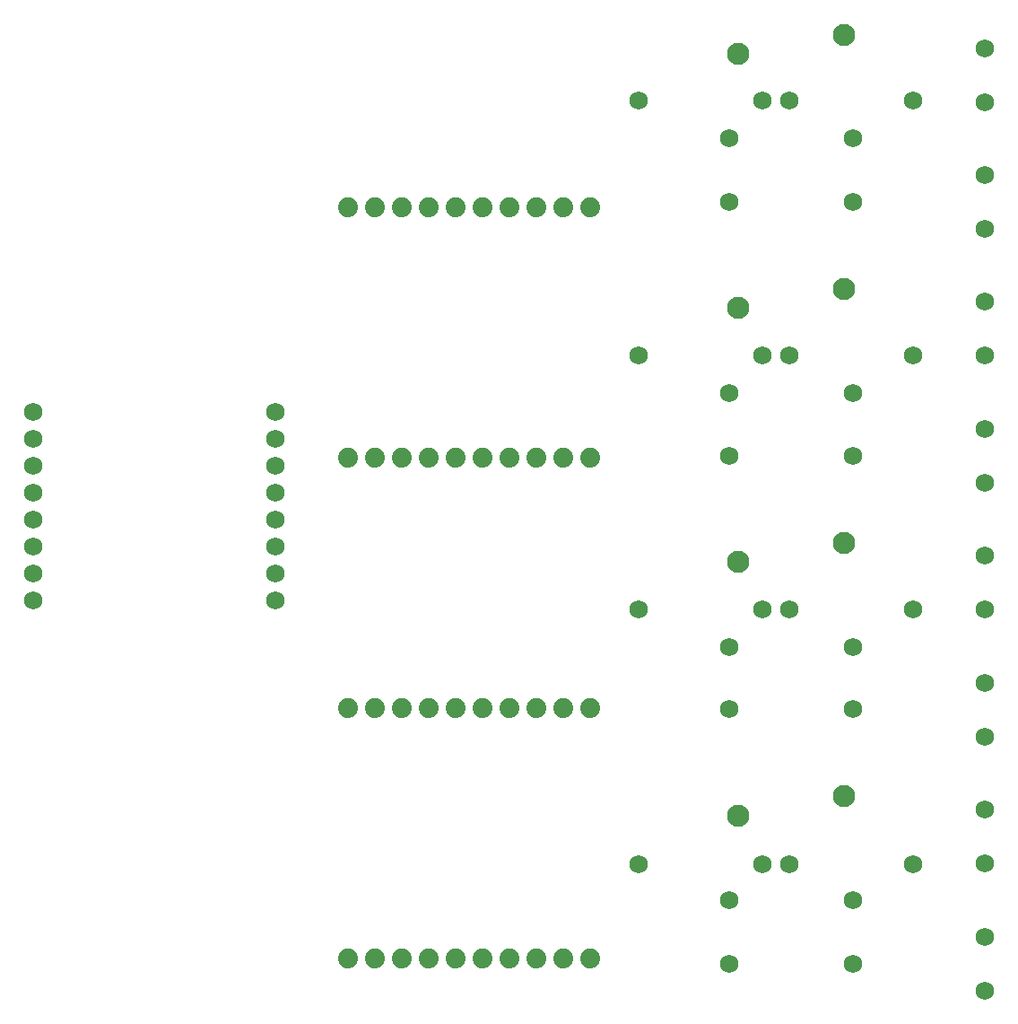
<source format=gts>
G04 Layer: TopSolderMaskLayer*
G04 EasyEDA v6.4.20.6, 2021-08-25T17:44:25--6:00*
G04 0b233f2fb4364318bc2c10b70738dc44,10*
G04 Gerber Generator version 0.2*
G04 Scale: 100 percent, Rotated: No, Reflected: No *
G04 Dimensions in millimeters *
G04 leading zeros omitted , absolute positions ,4 integer and 5 decimal *
%FSLAX45Y45*%
%MOMM*%

%ADD16C,1.7272*%
%ADD17C,1.8796*%
%ADD18C,2.1000*%

%LPD*%
D16*
G01*
X1016000Y8279993D03*
G01*
X1016000Y8533993D03*
G01*
X1016000Y8787993D03*
G01*
X1016000Y9041993D03*
G01*
X1016000Y9295993D03*
G01*
X1016000Y9549993D03*
G01*
X1016000Y9803993D03*
G01*
X1016000Y10057993D03*
G01*
X3302000Y8279993D03*
G01*
X3302000Y8533993D03*
G01*
X3302000Y8787993D03*
G01*
X3302000Y9041993D03*
G01*
X3302000Y9295993D03*
G01*
X3302000Y9549993D03*
G01*
X3302000Y9803993D03*
G01*
X3302000Y10057993D03*
D17*
G01*
X5003800Y9626600D03*
G01*
X4749800Y9626600D03*
G01*
X4495800Y9626600D03*
G01*
X4241800Y9626600D03*
G01*
X3987800Y9626600D03*
G01*
X5257800Y9626600D03*
G01*
X5511800Y9626600D03*
G01*
X5765800Y9626600D03*
G01*
X6273800Y9626600D03*
G01*
X6019800Y9626600D03*
G01*
X5003800Y7264400D03*
G01*
X4749800Y7264400D03*
G01*
X4495800Y7264400D03*
G01*
X4241800Y7264400D03*
G01*
X3987800Y7264400D03*
G01*
X5257800Y7264400D03*
G01*
X5511800Y7264400D03*
G01*
X5765800Y7264400D03*
G01*
X6273800Y7264400D03*
G01*
X6019800Y7264400D03*
G01*
X5003800Y4902200D03*
G01*
X4749800Y4902200D03*
G01*
X4495800Y4902200D03*
G01*
X4241800Y4902200D03*
G01*
X3987800Y4902200D03*
G01*
X5257800Y4902200D03*
G01*
X5511800Y4902200D03*
G01*
X5765800Y4902200D03*
G01*
X6273800Y4902200D03*
G01*
X6019800Y4902200D03*
G01*
X5003800Y11988800D03*
G01*
X4749800Y11988800D03*
G01*
X4495800Y11988800D03*
G01*
X4241800Y11988800D03*
G01*
X3987800Y11988800D03*
G01*
X5257800Y11988800D03*
G01*
X5511800Y11988800D03*
G01*
X5765800Y11988800D03*
G01*
X6273800Y11988800D03*
G01*
X6019800Y11988800D03*
D16*
G01*
X9994900Y10584535D03*
G01*
X9994900Y11092535D03*
G01*
X9994900Y9387103D03*
G01*
X9994900Y9895103D03*
G01*
X9994900Y8189696D03*
G01*
X9994900Y8697696D03*
G01*
X9994900Y6992264D03*
G01*
X9994900Y7500264D03*
G01*
X9994900Y5794832D03*
G01*
X9994900Y6302832D03*
G01*
X9994900Y4597044D03*
G01*
X9994900Y5105044D03*
G01*
X8750300Y10236200D03*
G01*
X7581900Y10236200D03*
G01*
X9321800Y10591800D03*
G01*
X8153400Y10591800D03*
G01*
X7581900Y12036044D03*
G01*
X8750300Y12036044D03*
G01*
X7899400Y10591800D03*
G01*
X6731000Y10591800D03*
D18*
G01*
X7666100Y11036554D03*
G01*
X8666099Y11216538D03*
D16*
G01*
X7581900Y9641103D03*
G01*
X8750300Y9641103D03*
G01*
X8750300Y7835900D03*
G01*
X7581900Y7835900D03*
G01*
X9321800Y8191500D03*
G01*
X8153400Y8191500D03*
G01*
X6731000Y8191500D03*
G01*
X7899400Y8191500D03*
D18*
G01*
X7666100Y13431418D03*
G01*
X8666099Y13611402D03*
D16*
G01*
X6731000Y12992100D03*
G01*
X7899400Y12992100D03*
D18*
G01*
X7666100Y8641689D03*
G01*
X8666099Y8821674D03*
D16*
G01*
X9321800Y12992100D03*
G01*
X8153400Y12992100D03*
G01*
X8750300Y12636500D03*
G01*
X7581900Y12636500D03*
G01*
X7581900Y7251700D03*
G01*
X8750300Y7251700D03*
G01*
X8750300Y5448300D03*
G01*
X7581900Y5448300D03*
G01*
X9321800Y5791200D03*
G01*
X8153400Y5791200D03*
G01*
X6731000Y5791200D03*
G01*
X7899400Y5791200D03*
D18*
G01*
X7666100Y6246825D03*
G01*
X8666099Y6426809D03*
D16*
G01*
X7581900Y4851044D03*
G01*
X8750300Y4851044D03*
G01*
X9994900Y12979400D03*
G01*
X9994900Y13487400D03*
G01*
X9994900Y11782044D03*
G01*
X9994900Y12290044D03*
M02*

</source>
